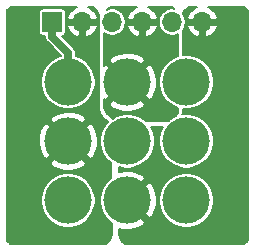
<source format=gbr>
%TF.GenerationSoftware,KiCad,Pcbnew,(5.1.10)-1*%
%TF.CreationDate,2024-02-11T12:05:25-03:30*%
%TF.ProjectId,dpdtFootSwitchBoard,64706474-466f-46f7-9453-776974636842,rev?*%
%TF.SameCoordinates,Original*%
%TF.FileFunction,Copper,L1,Top*%
%TF.FilePolarity,Positive*%
%FSLAX46Y46*%
G04 Gerber Fmt 4.6, Leading zero omitted, Abs format (unit mm)*
G04 Created by KiCad (PCBNEW (5.1.10)-1) date 2024-02-11 12:05:25*
%MOMM*%
%LPD*%
G01*
G04 APERTURE LIST*
%TA.AperFunction,ComponentPad*%
%ADD10C,4.000000*%
%TD*%
%TA.AperFunction,ComponentPad*%
%ADD11O,1.700000X1.700000*%
%TD*%
%TA.AperFunction,ComponentPad*%
%ADD12R,1.700000X1.700000*%
%TD*%
%TA.AperFunction,Conductor*%
%ADD13C,0.635000*%
%TD*%
%TA.AperFunction,Conductor*%
%ADD14C,0.200000*%
%TD*%
%TA.AperFunction,Conductor*%
%ADD15C,0.100000*%
%TD*%
G04 APERTURE END LIST*
D10*
%TO.P,SW1,5*%
%TO.N,Net-(J1-Pad5)*%
X146000000Y-80500000D03*
%TO.P,SW1,1*%
%TO.N,Net-(J1-Pad1)*%
X141000000Y-75500000D03*
%TO.P,SW1,2*%
%TO.N,Net-(J1-Pad2)*%
X141000000Y-80500000D03*
%TO.P,SW1,4*%
%TO.N,Net-(J1-Pad4)*%
X146000000Y-75500000D03*
%TO.P,SW1,7*%
%TO.N,Net-(SW1-Pad7)*%
X151000000Y-75500000D03*
%TO.P,SW1,8*%
%TO.N,Net-(SW1-Pad8)*%
X151000000Y-80500000D03*
%TO.P,SW1,3*%
%TO.N,Net-(J1-Pad3)*%
X141000000Y-85500000D03*
%TO.P,SW1,9*%
%TO.N,Net-(SW1-Pad9)*%
X151000000Y-85500000D03*
%TO.P,SW1,6*%
%TO.N,Net-(J1-Pad6)*%
X146000000Y-85500000D03*
%TD*%
D11*
%TO.P,J1,6*%
%TO.N,Net-(J1-Pad6)*%
X152350000Y-70400000D03*
%TO.P,J1,5*%
%TO.N,Net-(J1-Pad5)*%
X149810000Y-70400000D03*
%TO.P,J1,4*%
%TO.N,Net-(J1-Pad4)*%
X147270000Y-70400000D03*
%TO.P,J1,3*%
%TO.N,Net-(J1-Pad3)*%
X144730000Y-70400000D03*
%TO.P,J1,2*%
%TO.N,Net-(J1-Pad2)*%
X142190000Y-70400000D03*
D12*
%TO.P,J1,1*%
%TO.N,Net-(J1-Pad1)*%
X139650000Y-70400000D03*
%TD*%
D13*
%TO.N,Net-(J1-Pad1)*%
X141000000Y-73000000D02*
X141000000Y-75500000D01*
X139650000Y-71650000D02*
X141000000Y-73000000D01*
X139650000Y-70400000D02*
X139650000Y-71650000D01*
%TD*%
D14*
%TO.N,Net-(J1-Pad6)*%
X151742811Y-69194244D02*
X151519247Y-69335869D01*
X151327608Y-69518388D01*
X151175259Y-69734787D01*
X151068055Y-69976749D01*
X151142627Y-70182500D01*
X152132500Y-70182500D01*
X152132500Y-70162500D01*
X152567500Y-70162500D01*
X152567500Y-70182500D01*
X153557373Y-70182500D01*
X153631945Y-69976749D01*
X153524741Y-69734787D01*
X153372392Y-69518388D01*
X153180753Y-69335869D01*
X152957189Y-69194244D01*
X152789997Y-69125000D01*
X155882480Y-69125000D01*
X155952487Y-69174020D01*
X156096653Y-69318186D01*
X156175001Y-69430078D01*
X156175000Y-88869923D01*
X156096653Y-88981814D01*
X155952487Y-89125980D01*
X155882480Y-89175000D01*
X145788193Y-89175000D01*
X145718186Y-89125980D01*
X145574020Y-88981814D01*
X145457082Y-88814810D01*
X145370919Y-88630034D01*
X145318150Y-88433097D01*
X145300000Y-88225639D01*
X145300000Y-87901736D01*
X145627255Y-87984289D01*
X146119078Y-88009273D01*
X146606325Y-87937828D01*
X147070271Y-87772698D01*
X147295067Y-87652541D01*
X147527115Y-87334707D01*
X146000000Y-85807591D01*
X145985858Y-85821734D01*
X145678267Y-85514143D01*
X145692409Y-85500000D01*
X146307591Y-85500000D01*
X147834707Y-87027115D01*
X148152541Y-86795067D01*
X148363835Y-86350244D01*
X148484289Y-85872745D01*
X148509273Y-85380922D01*
X148493518Y-85273470D01*
X148700000Y-85273470D01*
X148700000Y-85726530D01*
X148788387Y-86170885D01*
X148961766Y-86589459D01*
X149213473Y-86966165D01*
X149533835Y-87286527D01*
X149910541Y-87538234D01*
X150329115Y-87711613D01*
X150773470Y-87800000D01*
X151226530Y-87800000D01*
X151670885Y-87711613D01*
X152089459Y-87538234D01*
X152466165Y-87286527D01*
X152786527Y-86966165D01*
X153038234Y-86589459D01*
X153211613Y-86170885D01*
X153300000Y-85726530D01*
X153300000Y-85273470D01*
X153211613Y-84829115D01*
X153038234Y-84410541D01*
X152786527Y-84033835D01*
X152466165Y-83713473D01*
X152089459Y-83461766D01*
X151670885Y-83288387D01*
X151226530Y-83200000D01*
X150773470Y-83200000D01*
X150329115Y-83288387D01*
X149910541Y-83461766D01*
X149533835Y-83713473D01*
X149213473Y-84033835D01*
X148961766Y-84410541D01*
X148788387Y-84829115D01*
X148700000Y-85273470D01*
X148493518Y-85273470D01*
X148437828Y-84893675D01*
X148272698Y-84429729D01*
X148152541Y-84204933D01*
X147834707Y-83972885D01*
X146307591Y-85500000D01*
X145692409Y-85500000D01*
X145678267Y-85485858D01*
X145985858Y-85178267D01*
X146000000Y-85192409D01*
X147527115Y-83665293D01*
X147295067Y-83347459D01*
X146850244Y-83136165D01*
X146372745Y-83015711D01*
X145880922Y-82990727D01*
X145393675Y-83062172D01*
X145300000Y-83095513D01*
X145300000Y-82699553D01*
X145329115Y-82711613D01*
X145773470Y-82800000D01*
X146226530Y-82800000D01*
X146670885Y-82711613D01*
X147089459Y-82538234D01*
X147466165Y-82286527D01*
X147786527Y-81966165D01*
X148038234Y-81589459D01*
X148211613Y-81170885D01*
X148300000Y-80726530D01*
X148300000Y-80273470D01*
X148211613Y-79829115D01*
X148038234Y-79410541D01*
X147964373Y-79300000D01*
X149035627Y-79300000D01*
X148961766Y-79410541D01*
X148788387Y-79829115D01*
X148700000Y-80273470D01*
X148700000Y-80726530D01*
X148788387Y-81170885D01*
X148961766Y-81589459D01*
X149213473Y-81966165D01*
X149533835Y-82286527D01*
X149910541Y-82538234D01*
X150329115Y-82711613D01*
X150773470Y-82800000D01*
X151226530Y-82800000D01*
X151670885Y-82711613D01*
X152089459Y-82538234D01*
X152466165Y-82286527D01*
X152786527Y-81966165D01*
X153038234Y-81589459D01*
X153211613Y-81170885D01*
X153300000Y-80726530D01*
X153300000Y-80273470D01*
X153211613Y-79829115D01*
X153038234Y-79410541D01*
X152786527Y-79033835D01*
X152466165Y-78713473D01*
X152089459Y-78461766D01*
X151670885Y-78288387D01*
X151226530Y-78200000D01*
X150773470Y-78200000D01*
X150661243Y-78222323D01*
X150674321Y-78173053D01*
X150677310Y-78155849D01*
X150696051Y-77934870D01*
X150696409Y-77926137D01*
X150696010Y-77784592D01*
X150773470Y-77800000D01*
X151226530Y-77800000D01*
X151670885Y-77711613D01*
X152089459Y-77538234D01*
X152466165Y-77286527D01*
X152786527Y-76966165D01*
X153038234Y-76589459D01*
X153211613Y-76170885D01*
X153300000Y-75726530D01*
X153300000Y-75273470D01*
X153211613Y-74829115D01*
X153038234Y-74410541D01*
X152786527Y-74033835D01*
X152466165Y-73713473D01*
X152089459Y-73461766D01*
X151670885Y-73288387D01*
X151226530Y-73200000D01*
X150773470Y-73200000D01*
X150683132Y-73217969D01*
X150677325Y-71159020D01*
X150703263Y-71133082D01*
X150829116Y-70944729D01*
X150879434Y-70823251D01*
X151068055Y-70823251D01*
X151175259Y-71065213D01*
X151327608Y-71281612D01*
X151519247Y-71464131D01*
X151742811Y-71605756D01*
X151926750Y-71681936D01*
X152132500Y-71605537D01*
X152132500Y-70617500D01*
X152567500Y-70617500D01*
X152567500Y-71605537D01*
X152773250Y-71681936D01*
X152957189Y-71605756D01*
X153180753Y-71464131D01*
X153372392Y-71281612D01*
X153524741Y-71065213D01*
X153631945Y-70823251D01*
X153557373Y-70617500D01*
X152567500Y-70617500D01*
X152132500Y-70617500D01*
X151142627Y-70617500D01*
X151068055Y-70823251D01*
X150879434Y-70823251D01*
X150915806Y-70735443D01*
X150960000Y-70513265D01*
X150960000Y-70286735D01*
X150915806Y-70064557D01*
X150829116Y-69855271D01*
X150733674Y-69712431D01*
X150744304Y-69672381D01*
X150830245Y-69487095D01*
X150947104Y-69319589D01*
X151091323Y-69174963D01*
X151162512Y-69125000D01*
X151910003Y-69125000D01*
X151742811Y-69194244D01*
%TA.AperFunction,Conductor*%
D15*
G36*
X151742811Y-69194244D02*
G01*
X151519247Y-69335869D01*
X151327608Y-69518388D01*
X151175259Y-69734787D01*
X151068055Y-69976749D01*
X151142627Y-70182500D01*
X152132500Y-70182500D01*
X152132500Y-70162500D01*
X152567500Y-70162500D01*
X152567500Y-70182500D01*
X153557373Y-70182500D01*
X153631945Y-69976749D01*
X153524741Y-69734787D01*
X153372392Y-69518388D01*
X153180753Y-69335869D01*
X152957189Y-69194244D01*
X152789997Y-69125000D01*
X155882480Y-69125000D01*
X155952487Y-69174020D01*
X156096653Y-69318186D01*
X156175001Y-69430078D01*
X156175000Y-88869923D01*
X156096653Y-88981814D01*
X155952487Y-89125980D01*
X155882480Y-89175000D01*
X145788193Y-89175000D01*
X145718186Y-89125980D01*
X145574020Y-88981814D01*
X145457082Y-88814810D01*
X145370919Y-88630034D01*
X145318150Y-88433097D01*
X145300000Y-88225639D01*
X145300000Y-87901736D01*
X145627255Y-87984289D01*
X146119078Y-88009273D01*
X146606325Y-87937828D01*
X147070271Y-87772698D01*
X147295067Y-87652541D01*
X147527115Y-87334707D01*
X146000000Y-85807591D01*
X145985858Y-85821734D01*
X145678267Y-85514143D01*
X145692409Y-85500000D01*
X146307591Y-85500000D01*
X147834707Y-87027115D01*
X148152541Y-86795067D01*
X148363835Y-86350244D01*
X148484289Y-85872745D01*
X148509273Y-85380922D01*
X148493518Y-85273470D01*
X148700000Y-85273470D01*
X148700000Y-85726530D01*
X148788387Y-86170885D01*
X148961766Y-86589459D01*
X149213473Y-86966165D01*
X149533835Y-87286527D01*
X149910541Y-87538234D01*
X150329115Y-87711613D01*
X150773470Y-87800000D01*
X151226530Y-87800000D01*
X151670885Y-87711613D01*
X152089459Y-87538234D01*
X152466165Y-87286527D01*
X152786527Y-86966165D01*
X153038234Y-86589459D01*
X153211613Y-86170885D01*
X153300000Y-85726530D01*
X153300000Y-85273470D01*
X153211613Y-84829115D01*
X153038234Y-84410541D01*
X152786527Y-84033835D01*
X152466165Y-83713473D01*
X152089459Y-83461766D01*
X151670885Y-83288387D01*
X151226530Y-83200000D01*
X150773470Y-83200000D01*
X150329115Y-83288387D01*
X149910541Y-83461766D01*
X149533835Y-83713473D01*
X149213473Y-84033835D01*
X148961766Y-84410541D01*
X148788387Y-84829115D01*
X148700000Y-85273470D01*
X148493518Y-85273470D01*
X148437828Y-84893675D01*
X148272698Y-84429729D01*
X148152541Y-84204933D01*
X147834707Y-83972885D01*
X146307591Y-85500000D01*
X145692409Y-85500000D01*
X145678267Y-85485858D01*
X145985858Y-85178267D01*
X146000000Y-85192409D01*
X147527115Y-83665293D01*
X147295067Y-83347459D01*
X146850244Y-83136165D01*
X146372745Y-83015711D01*
X145880922Y-82990727D01*
X145393675Y-83062172D01*
X145300000Y-83095513D01*
X145300000Y-82699553D01*
X145329115Y-82711613D01*
X145773470Y-82800000D01*
X146226530Y-82800000D01*
X146670885Y-82711613D01*
X147089459Y-82538234D01*
X147466165Y-82286527D01*
X147786527Y-81966165D01*
X148038234Y-81589459D01*
X148211613Y-81170885D01*
X148300000Y-80726530D01*
X148300000Y-80273470D01*
X148211613Y-79829115D01*
X148038234Y-79410541D01*
X147964373Y-79300000D01*
X149035627Y-79300000D01*
X148961766Y-79410541D01*
X148788387Y-79829115D01*
X148700000Y-80273470D01*
X148700000Y-80726530D01*
X148788387Y-81170885D01*
X148961766Y-81589459D01*
X149213473Y-81966165D01*
X149533835Y-82286527D01*
X149910541Y-82538234D01*
X150329115Y-82711613D01*
X150773470Y-82800000D01*
X151226530Y-82800000D01*
X151670885Y-82711613D01*
X152089459Y-82538234D01*
X152466165Y-82286527D01*
X152786527Y-81966165D01*
X153038234Y-81589459D01*
X153211613Y-81170885D01*
X153300000Y-80726530D01*
X153300000Y-80273470D01*
X153211613Y-79829115D01*
X153038234Y-79410541D01*
X152786527Y-79033835D01*
X152466165Y-78713473D01*
X152089459Y-78461766D01*
X151670885Y-78288387D01*
X151226530Y-78200000D01*
X150773470Y-78200000D01*
X150661243Y-78222323D01*
X150674321Y-78173053D01*
X150677310Y-78155849D01*
X150696051Y-77934870D01*
X150696409Y-77926137D01*
X150696010Y-77784592D01*
X150773470Y-77800000D01*
X151226530Y-77800000D01*
X151670885Y-77711613D01*
X152089459Y-77538234D01*
X152466165Y-77286527D01*
X152786527Y-76966165D01*
X153038234Y-76589459D01*
X153211613Y-76170885D01*
X153300000Y-75726530D01*
X153300000Y-75273470D01*
X153211613Y-74829115D01*
X153038234Y-74410541D01*
X152786527Y-74033835D01*
X152466165Y-73713473D01*
X152089459Y-73461766D01*
X151670885Y-73288387D01*
X151226530Y-73200000D01*
X150773470Y-73200000D01*
X150683132Y-73217969D01*
X150677325Y-71159020D01*
X150703263Y-71133082D01*
X150829116Y-70944729D01*
X150879434Y-70823251D01*
X151068055Y-70823251D01*
X151175259Y-71065213D01*
X151327608Y-71281612D01*
X151519247Y-71464131D01*
X151742811Y-71605756D01*
X151926750Y-71681936D01*
X152132500Y-71605537D01*
X152132500Y-70617500D01*
X152567500Y-70617500D01*
X152567500Y-71605537D01*
X152773250Y-71681936D01*
X152957189Y-71605756D01*
X153180753Y-71464131D01*
X153372392Y-71281612D01*
X153524741Y-71065213D01*
X153631945Y-70823251D01*
X153557373Y-70617500D01*
X152567500Y-70617500D01*
X152132500Y-70617500D01*
X151142627Y-70617500D01*
X151068055Y-70823251D01*
X150879434Y-70823251D01*
X150915806Y-70735443D01*
X150960000Y-70513265D01*
X150960000Y-70286735D01*
X150915806Y-70064557D01*
X150829116Y-69855271D01*
X150733674Y-69712431D01*
X150744304Y-69672381D01*
X150830245Y-69487095D01*
X150947104Y-69319589D01*
X151091323Y-69174963D01*
X151162512Y-69125000D01*
X151910003Y-69125000D01*
X151742811Y-69194244D01*
G37*
%TD.AperFunction*%
%TD*%
D14*
%TO.N,Net-(J1-Pad2)*%
X141582811Y-69194244D02*
X141359247Y-69335869D01*
X141167608Y-69518388D01*
X141015259Y-69734787D01*
X140908055Y-69976749D01*
X140982627Y-70182500D01*
X141972500Y-70182500D01*
X141972500Y-70162500D01*
X142407500Y-70162500D01*
X142407500Y-70182500D01*
X143397373Y-70182500D01*
X143471945Y-69976749D01*
X143364741Y-69734787D01*
X143212392Y-69518388D01*
X143020753Y-69335869D01*
X142797189Y-69194244D01*
X142629997Y-69125000D01*
X143111807Y-69125000D01*
X143181814Y-69174020D01*
X143325980Y-69318186D01*
X143442918Y-69485190D01*
X143529081Y-69669966D01*
X143581850Y-69866903D01*
X143600000Y-70074361D01*
X143600000Y-70186188D01*
X143580000Y-70286735D01*
X143580000Y-70513265D01*
X143600000Y-70613812D01*
X143600000Y-77589606D01*
X143600401Y-77598555D01*
X143620741Y-77824937D01*
X143623931Y-77842547D01*
X143684298Y-78061678D01*
X143690577Y-78078438D01*
X143789038Y-78283298D01*
X143798203Y-78298670D01*
X143931604Y-78482699D01*
X143943362Y-78496191D01*
X144107430Y-78653493D01*
X144114168Y-78659397D01*
X144163229Y-78698645D01*
X144316081Y-78844914D01*
X144352481Y-78894827D01*
X144213473Y-79033835D01*
X143961766Y-79410541D01*
X143788387Y-79829115D01*
X143700000Y-80273470D01*
X143700000Y-80726530D01*
X143788387Y-81170885D01*
X143961766Y-81589459D01*
X144213473Y-81966165D01*
X144533835Y-82286527D01*
X144631920Y-82352065D01*
X144644184Y-83639740D01*
X144533835Y-83713473D01*
X144213473Y-84033835D01*
X143961766Y-84410541D01*
X143788387Y-84829115D01*
X143700000Y-85273470D01*
X143700000Y-85726530D01*
X143788387Y-86170885D01*
X143961766Y-86589459D01*
X144213473Y-86966165D01*
X144533835Y-87286527D01*
X144679845Y-87384088D01*
X144687753Y-88214458D01*
X144671369Y-88423343D01*
X144619856Y-88621883D01*
X144534457Y-88808360D01*
X144417785Y-88977066D01*
X144273449Y-89122783D01*
X144199460Y-89175000D01*
X136088193Y-89175000D01*
X136018186Y-89125980D01*
X135874020Y-88981814D01*
X135825000Y-88911807D01*
X135825000Y-85273470D01*
X138700000Y-85273470D01*
X138700000Y-85726530D01*
X138788387Y-86170885D01*
X138961766Y-86589459D01*
X139213473Y-86966165D01*
X139533835Y-87286527D01*
X139910541Y-87538234D01*
X140329115Y-87711613D01*
X140773470Y-87800000D01*
X141226530Y-87800000D01*
X141670885Y-87711613D01*
X142089459Y-87538234D01*
X142466165Y-87286527D01*
X142786527Y-86966165D01*
X143038234Y-86589459D01*
X143211613Y-86170885D01*
X143300000Y-85726530D01*
X143300000Y-85273470D01*
X143211613Y-84829115D01*
X143038234Y-84410541D01*
X142786527Y-84033835D01*
X142466165Y-83713473D01*
X142089459Y-83461766D01*
X141670885Y-83288387D01*
X141226530Y-83200000D01*
X140773470Y-83200000D01*
X140329115Y-83288387D01*
X139910541Y-83461766D01*
X139533835Y-83713473D01*
X139213473Y-84033835D01*
X138961766Y-84410541D01*
X138788387Y-84829115D01*
X138700000Y-85273470D01*
X135825000Y-85273470D01*
X135825000Y-82334707D01*
X139472885Y-82334707D01*
X139704933Y-82652541D01*
X140149756Y-82863835D01*
X140627255Y-82984289D01*
X141119078Y-83009273D01*
X141606325Y-82937828D01*
X142070271Y-82772698D01*
X142295067Y-82652541D01*
X142527115Y-82334707D01*
X141000000Y-80807591D01*
X139472885Y-82334707D01*
X135825000Y-82334707D01*
X135825000Y-80619078D01*
X138490727Y-80619078D01*
X138562172Y-81106325D01*
X138727302Y-81570271D01*
X138847459Y-81795067D01*
X139165293Y-82027115D01*
X140692409Y-80500000D01*
X141307591Y-80500000D01*
X142834707Y-82027115D01*
X143152541Y-81795067D01*
X143363835Y-81350244D01*
X143484289Y-80872745D01*
X143509273Y-80380922D01*
X143437828Y-79893675D01*
X143272698Y-79429729D01*
X143152541Y-79204933D01*
X142834707Y-78972885D01*
X141307591Y-80500000D01*
X140692409Y-80500000D01*
X139165293Y-78972885D01*
X138847459Y-79204933D01*
X138636165Y-79649756D01*
X138515711Y-80127255D01*
X138490727Y-80619078D01*
X135825000Y-80619078D01*
X135825000Y-78665293D01*
X139472885Y-78665293D01*
X141000000Y-80192409D01*
X142527115Y-78665293D01*
X142295067Y-78347459D01*
X141850244Y-78136165D01*
X141372745Y-78015711D01*
X140880922Y-77990727D01*
X140393675Y-78062172D01*
X139929729Y-78227302D01*
X139704933Y-78347459D01*
X139472885Y-78665293D01*
X135825000Y-78665293D01*
X135825000Y-69550000D01*
X138498549Y-69550000D01*
X138498549Y-71250000D01*
X138504341Y-71308810D01*
X138521496Y-71365360D01*
X138549353Y-71417477D01*
X138586842Y-71463158D01*
X138632523Y-71500647D01*
X138684640Y-71528504D01*
X138741190Y-71545659D01*
X138800000Y-71551451D01*
X139032501Y-71551451D01*
X139032501Y-71619664D01*
X139029513Y-71650000D01*
X139041436Y-71771051D01*
X139076745Y-71887449D01*
X139134084Y-71994724D01*
X139185266Y-72057089D01*
X139211250Y-72088751D01*
X139234810Y-72108086D01*
X140382500Y-73255777D01*
X140382500Y-73277768D01*
X140329115Y-73288387D01*
X139910541Y-73461766D01*
X139533835Y-73713473D01*
X139213473Y-74033835D01*
X138961766Y-74410541D01*
X138788387Y-74829115D01*
X138700000Y-75273470D01*
X138700000Y-75726530D01*
X138788387Y-76170885D01*
X138961766Y-76589459D01*
X139213473Y-76966165D01*
X139533835Y-77286527D01*
X139910541Y-77538234D01*
X140329115Y-77711613D01*
X140773470Y-77800000D01*
X141226530Y-77800000D01*
X141670885Y-77711613D01*
X142089459Y-77538234D01*
X142466165Y-77286527D01*
X142786527Y-76966165D01*
X143038234Y-76589459D01*
X143211613Y-76170885D01*
X143300000Y-75726530D01*
X143300000Y-75273470D01*
X143211613Y-74829115D01*
X143038234Y-74410541D01*
X142786527Y-74033835D01*
X142466165Y-73713473D01*
X142089459Y-73461766D01*
X141670885Y-73288387D01*
X141617500Y-73277768D01*
X141617500Y-73030325D01*
X141620487Y-72999999D01*
X141617500Y-72969671D01*
X141608565Y-72878949D01*
X141573255Y-72762550D01*
X141515917Y-72655277D01*
X141515916Y-72655275D01*
X141458084Y-72584807D01*
X141438751Y-72561249D01*
X141415192Y-72541915D01*
X140424727Y-71551451D01*
X140500000Y-71551451D01*
X140558810Y-71545659D01*
X140615360Y-71528504D01*
X140667477Y-71500647D01*
X140713158Y-71463158D01*
X140750647Y-71417477D01*
X140778504Y-71365360D01*
X140795659Y-71308810D01*
X140801451Y-71250000D01*
X140801451Y-70823251D01*
X140908055Y-70823251D01*
X141015259Y-71065213D01*
X141167608Y-71281612D01*
X141359247Y-71464131D01*
X141582811Y-71605756D01*
X141766750Y-71681936D01*
X141972500Y-71605537D01*
X141972500Y-70617500D01*
X142407500Y-70617500D01*
X142407500Y-71605537D01*
X142613250Y-71681936D01*
X142797189Y-71605756D01*
X143020753Y-71464131D01*
X143212392Y-71281612D01*
X143364741Y-71065213D01*
X143471945Y-70823251D01*
X143397373Y-70617500D01*
X142407500Y-70617500D01*
X141972500Y-70617500D01*
X140982627Y-70617500D01*
X140908055Y-70823251D01*
X140801451Y-70823251D01*
X140801451Y-69550000D01*
X140795659Y-69491190D01*
X140778504Y-69434640D01*
X140750647Y-69382523D01*
X140713158Y-69336842D01*
X140667477Y-69299353D01*
X140615360Y-69271496D01*
X140558810Y-69254341D01*
X140500000Y-69248549D01*
X138800000Y-69248549D01*
X138741190Y-69254341D01*
X138684640Y-69271496D01*
X138632523Y-69299353D01*
X138586842Y-69336842D01*
X138549353Y-69382523D01*
X138521496Y-69434640D01*
X138504341Y-69491190D01*
X138498549Y-69550000D01*
X135825000Y-69550000D01*
X135825000Y-69388193D01*
X135874020Y-69318186D01*
X136018186Y-69174020D01*
X136088193Y-69125000D01*
X141750003Y-69125000D01*
X141582811Y-69194244D01*
%TA.AperFunction,Conductor*%
D15*
G36*
X141582811Y-69194244D02*
G01*
X141359247Y-69335869D01*
X141167608Y-69518388D01*
X141015259Y-69734787D01*
X140908055Y-69976749D01*
X140982627Y-70182500D01*
X141972500Y-70182500D01*
X141972500Y-70162500D01*
X142407500Y-70162500D01*
X142407500Y-70182500D01*
X143397373Y-70182500D01*
X143471945Y-69976749D01*
X143364741Y-69734787D01*
X143212392Y-69518388D01*
X143020753Y-69335869D01*
X142797189Y-69194244D01*
X142629997Y-69125000D01*
X143111807Y-69125000D01*
X143181814Y-69174020D01*
X143325980Y-69318186D01*
X143442918Y-69485190D01*
X143529081Y-69669966D01*
X143581850Y-69866903D01*
X143600000Y-70074361D01*
X143600000Y-70186188D01*
X143580000Y-70286735D01*
X143580000Y-70513265D01*
X143600000Y-70613812D01*
X143600000Y-77589606D01*
X143600401Y-77598555D01*
X143620741Y-77824937D01*
X143623931Y-77842547D01*
X143684298Y-78061678D01*
X143690577Y-78078438D01*
X143789038Y-78283298D01*
X143798203Y-78298670D01*
X143931604Y-78482699D01*
X143943362Y-78496191D01*
X144107430Y-78653493D01*
X144114168Y-78659397D01*
X144163229Y-78698645D01*
X144316081Y-78844914D01*
X144352481Y-78894827D01*
X144213473Y-79033835D01*
X143961766Y-79410541D01*
X143788387Y-79829115D01*
X143700000Y-80273470D01*
X143700000Y-80726530D01*
X143788387Y-81170885D01*
X143961766Y-81589459D01*
X144213473Y-81966165D01*
X144533835Y-82286527D01*
X144631920Y-82352065D01*
X144644184Y-83639740D01*
X144533835Y-83713473D01*
X144213473Y-84033835D01*
X143961766Y-84410541D01*
X143788387Y-84829115D01*
X143700000Y-85273470D01*
X143700000Y-85726530D01*
X143788387Y-86170885D01*
X143961766Y-86589459D01*
X144213473Y-86966165D01*
X144533835Y-87286527D01*
X144679845Y-87384088D01*
X144687753Y-88214458D01*
X144671369Y-88423343D01*
X144619856Y-88621883D01*
X144534457Y-88808360D01*
X144417785Y-88977066D01*
X144273449Y-89122783D01*
X144199460Y-89175000D01*
X136088193Y-89175000D01*
X136018186Y-89125980D01*
X135874020Y-88981814D01*
X135825000Y-88911807D01*
X135825000Y-85273470D01*
X138700000Y-85273470D01*
X138700000Y-85726530D01*
X138788387Y-86170885D01*
X138961766Y-86589459D01*
X139213473Y-86966165D01*
X139533835Y-87286527D01*
X139910541Y-87538234D01*
X140329115Y-87711613D01*
X140773470Y-87800000D01*
X141226530Y-87800000D01*
X141670885Y-87711613D01*
X142089459Y-87538234D01*
X142466165Y-87286527D01*
X142786527Y-86966165D01*
X143038234Y-86589459D01*
X143211613Y-86170885D01*
X143300000Y-85726530D01*
X143300000Y-85273470D01*
X143211613Y-84829115D01*
X143038234Y-84410541D01*
X142786527Y-84033835D01*
X142466165Y-83713473D01*
X142089459Y-83461766D01*
X141670885Y-83288387D01*
X141226530Y-83200000D01*
X140773470Y-83200000D01*
X140329115Y-83288387D01*
X139910541Y-83461766D01*
X139533835Y-83713473D01*
X139213473Y-84033835D01*
X138961766Y-84410541D01*
X138788387Y-84829115D01*
X138700000Y-85273470D01*
X135825000Y-85273470D01*
X135825000Y-82334707D01*
X139472885Y-82334707D01*
X139704933Y-82652541D01*
X140149756Y-82863835D01*
X140627255Y-82984289D01*
X141119078Y-83009273D01*
X141606325Y-82937828D01*
X142070271Y-82772698D01*
X142295067Y-82652541D01*
X142527115Y-82334707D01*
X141000000Y-80807591D01*
X139472885Y-82334707D01*
X135825000Y-82334707D01*
X135825000Y-80619078D01*
X138490727Y-80619078D01*
X138562172Y-81106325D01*
X138727302Y-81570271D01*
X138847459Y-81795067D01*
X139165293Y-82027115D01*
X140692409Y-80500000D01*
X141307591Y-80500000D01*
X142834707Y-82027115D01*
X143152541Y-81795067D01*
X143363835Y-81350244D01*
X143484289Y-80872745D01*
X143509273Y-80380922D01*
X143437828Y-79893675D01*
X143272698Y-79429729D01*
X143152541Y-79204933D01*
X142834707Y-78972885D01*
X141307591Y-80500000D01*
X140692409Y-80500000D01*
X139165293Y-78972885D01*
X138847459Y-79204933D01*
X138636165Y-79649756D01*
X138515711Y-80127255D01*
X138490727Y-80619078D01*
X135825000Y-80619078D01*
X135825000Y-78665293D01*
X139472885Y-78665293D01*
X141000000Y-80192409D01*
X142527115Y-78665293D01*
X142295067Y-78347459D01*
X141850244Y-78136165D01*
X141372745Y-78015711D01*
X140880922Y-77990727D01*
X140393675Y-78062172D01*
X139929729Y-78227302D01*
X139704933Y-78347459D01*
X139472885Y-78665293D01*
X135825000Y-78665293D01*
X135825000Y-69550000D01*
X138498549Y-69550000D01*
X138498549Y-71250000D01*
X138504341Y-71308810D01*
X138521496Y-71365360D01*
X138549353Y-71417477D01*
X138586842Y-71463158D01*
X138632523Y-71500647D01*
X138684640Y-71528504D01*
X138741190Y-71545659D01*
X138800000Y-71551451D01*
X139032501Y-71551451D01*
X139032501Y-71619664D01*
X139029513Y-71650000D01*
X139041436Y-71771051D01*
X139076745Y-71887449D01*
X139134084Y-71994724D01*
X139185266Y-72057089D01*
X139211250Y-72088751D01*
X139234810Y-72108086D01*
X140382500Y-73255777D01*
X140382500Y-73277768D01*
X140329115Y-73288387D01*
X139910541Y-73461766D01*
X139533835Y-73713473D01*
X139213473Y-74033835D01*
X138961766Y-74410541D01*
X138788387Y-74829115D01*
X138700000Y-75273470D01*
X138700000Y-75726530D01*
X138788387Y-76170885D01*
X138961766Y-76589459D01*
X139213473Y-76966165D01*
X139533835Y-77286527D01*
X139910541Y-77538234D01*
X140329115Y-77711613D01*
X140773470Y-77800000D01*
X141226530Y-77800000D01*
X141670885Y-77711613D01*
X142089459Y-77538234D01*
X142466165Y-77286527D01*
X142786527Y-76966165D01*
X143038234Y-76589459D01*
X143211613Y-76170885D01*
X143300000Y-75726530D01*
X143300000Y-75273470D01*
X143211613Y-74829115D01*
X143038234Y-74410541D01*
X142786527Y-74033835D01*
X142466165Y-73713473D01*
X142089459Y-73461766D01*
X141670885Y-73288387D01*
X141617500Y-73277768D01*
X141617500Y-73030325D01*
X141620487Y-72999999D01*
X141617500Y-72969671D01*
X141608565Y-72878949D01*
X141573255Y-72762550D01*
X141515917Y-72655277D01*
X141515916Y-72655275D01*
X141458084Y-72584807D01*
X141438751Y-72561249D01*
X141415192Y-72541915D01*
X140424727Y-71551451D01*
X140500000Y-71551451D01*
X140558810Y-71545659D01*
X140615360Y-71528504D01*
X140667477Y-71500647D01*
X140713158Y-71463158D01*
X140750647Y-71417477D01*
X140778504Y-71365360D01*
X140795659Y-71308810D01*
X140801451Y-71250000D01*
X140801451Y-70823251D01*
X140908055Y-70823251D01*
X141015259Y-71065213D01*
X141167608Y-71281612D01*
X141359247Y-71464131D01*
X141582811Y-71605756D01*
X141766750Y-71681936D01*
X141972500Y-71605537D01*
X141972500Y-70617500D01*
X142407500Y-70617500D01*
X142407500Y-71605537D01*
X142613250Y-71681936D01*
X142797189Y-71605756D01*
X143020753Y-71464131D01*
X143212392Y-71281612D01*
X143364741Y-71065213D01*
X143471945Y-70823251D01*
X143397373Y-70617500D01*
X142407500Y-70617500D01*
X141972500Y-70617500D01*
X140982627Y-70617500D01*
X140908055Y-70823251D01*
X140801451Y-70823251D01*
X140801451Y-69550000D01*
X140795659Y-69491190D01*
X140778504Y-69434640D01*
X140750647Y-69382523D01*
X140713158Y-69336842D01*
X140667477Y-69299353D01*
X140615360Y-69271496D01*
X140558810Y-69254341D01*
X140500000Y-69248549D01*
X138800000Y-69248549D01*
X138741190Y-69254341D01*
X138684640Y-69271496D01*
X138632523Y-69299353D01*
X138586842Y-69336842D01*
X138549353Y-69382523D01*
X138521496Y-69434640D01*
X138504341Y-69491190D01*
X138498549Y-69550000D01*
X135825000Y-69550000D01*
X135825000Y-69388193D01*
X135874020Y-69318186D01*
X136018186Y-69174020D01*
X136088193Y-69125000D01*
X141750003Y-69125000D01*
X141582811Y-69194244D01*
G37*
%TD.AperFunction*%
%TD*%
D14*
%TO.N,Net-(J1-Pad4)*%
X146662811Y-69194244D02*
X146439247Y-69335869D01*
X146247608Y-69518388D01*
X146095259Y-69734787D01*
X145988055Y-69976749D01*
X146062627Y-70182500D01*
X147052500Y-70182500D01*
X147052500Y-70162500D01*
X147487500Y-70162500D01*
X147487500Y-70182500D01*
X148477373Y-70182500D01*
X148551945Y-69976749D01*
X148444741Y-69734787D01*
X148292392Y-69518388D01*
X148100753Y-69335869D01*
X147877189Y-69194244D01*
X147709997Y-69125000D01*
X149824552Y-69125000D01*
X149890378Y-69170716D01*
X149982314Y-69261746D01*
X149923265Y-69250000D01*
X149696735Y-69250000D01*
X149474557Y-69294194D01*
X149265271Y-69380884D01*
X149076918Y-69506737D01*
X148916737Y-69666918D01*
X148790884Y-69855271D01*
X148704194Y-70064557D01*
X148660000Y-70286735D01*
X148660000Y-70513265D01*
X148704194Y-70735443D01*
X148790884Y-70944729D01*
X148916737Y-71133082D01*
X149076918Y-71293263D01*
X149265271Y-71419116D01*
X149474557Y-71505806D01*
X149696735Y-71550000D01*
X149923265Y-71550000D01*
X150145443Y-71505806D01*
X150278146Y-71450838D01*
X150283382Y-73307330D01*
X149910541Y-73461766D01*
X149533835Y-73713473D01*
X149213473Y-74033835D01*
X148961766Y-74410541D01*
X148788387Y-74829115D01*
X148700000Y-75273470D01*
X148700000Y-75726530D01*
X148788387Y-76170885D01*
X148961766Y-76589459D01*
X149213473Y-76966165D01*
X149533835Y-77286527D01*
X149910541Y-77538234D01*
X150295763Y-77697798D01*
X150296373Y-77914143D01*
X150280963Y-78095851D01*
X150274714Y-78119395D01*
X150234115Y-78208109D01*
X150118250Y-78375731D01*
X149910541Y-78461766D01*
X149533835Y-78713473D01*
X149481924Y-78765384D01*
X149421732Y-78781619D01*
X149212965Y-78800000D01*
X147552692Y-78800000D01*
X147466165Y-78713473D01*
X147089459Y-78461766D01*
X146670885Y-78288387D01*
X146226530Y-78200000D01*
X145773470Y-78200000D01*
X145329115Y-78288387D01*
X144910541Y-78461766D01*
X144756111Y-78564953D01*
X144709139Y-78532817D01*
X144432539Y-78306507D01*
X144281532Y-78158834D01*
X144161470Y-77990498D01*
X144072928Y-77803652D01*
X144018670Y-77604130D01*
X144000000Y-77393741D01*
X144000000Y-77334707D01*
X144472885Y-77334707D01*
X144704933Y-77652541D01*
X145149756Y-77863835D01*
X145627255Y-77984289D01*
X146119078Y-78009273D01*
X146606325Y-77937828D01*
X147070271Y-77772698D01*
X147295067Y-77652541D01*
X147527115Y-77334707D01*
X146000000Y-75807591D01*
X144472885Y-77334707D01*
X144000000Y-77334707D01*
X144000000Y-76906436D01*
X144165293Y-77027115D01*
X145692409Y-75500000D01*
X146307591Y-75500000D01*
X147834707Y-77027115D01*
X148152541Y-76795067D01*
X148363835Y-76350244D01*
X148484289Y-75872745D01*
X148509273Y-75380922D01*
X148437828Y-74893675D01*
X148272698Y-74429729D01*
X148152541Y-74204933D01*
X147834707Y-73972885D01*
X146307591Y-75500000D01*
X145692409Y-75500000D01*
X144165293Y-73972885D01*
X144000000Y-74093564D01*
X144000000Y-73665293D01*
X144472885Y-73665293D01*
X146000000Y-75192409D01*
X147527115Y-73665293D01*
X147295067Y-73347459D01*
X146850244Y-73136165D01*
X146372745Y-73015711D01*
X145880922Y-72990727D01*
X145393675Y-73062172D01*
X144929729Y-73227302D01*
X144704933Y-73347459D01*
X144472885Y-73665293D01*
X144000000Y-73665293D01*
X144000000Y-71295322D01*
X144185271Y-71419116D01*
X144394557Y-71505806D01*
X144616735Y-71550000D01*
X144843265Y-71550000D01*
X145065443Y-71505806D01*
X145274729Y-71419116D01*
X145463082Y-71293263D01*
X145623263Y-71133082D01*
X145749116Y-70944729D01*
X145799434Y-70823251D01*
X145988055Y-70823251D01*
X146095259Y-71065213D01*
X146247608Y-71281612D01*
X146439247Y-71464131D01*
X146662811Y-71605756D01*
X146846750Y-71681936D01*
X147052500Y-71605537D01*
X147052500Y-70617500D01*
X147487500Y-70617500D01*
X147487500Y-71605537D01*
X147693250Y-71681936D01*
X147877189Y-71605756D01*
X148100753Y-71464131D01*
X148292392Y-71281612D01*
X148444741Y-71065213D01*
X148551945Y-70823251D01*
X148477373Y-70617500D01*
X147487500Y-70617500D01*
X147052500Y-70617500D01*
X146062627Y-70617500D01*
X145988055Y-70823251D01*
X145799434Y-70823251D01*
X145835806Y-70735443D01*
X145880000Y-70513265D01*
X145880000Y-70286735D01*
X145835806Y-70064557D01*
X145749116Y-69855271D01*
X145623263Y-69666918D01*
X145463082Y-69506737D01*
X145274729Y-69380884D01*
X145065443Y-69294194D01*
X144843265Y-69250000D01*
X144616735Y-69250000D01*
X144394557Y-69294194D01*
X144248440Y-69354718D01*
X144274020Y-69318186D01*
X144418186Y-69174020D01*
X144488193Y-69125000D01*
X146830003Y-69125000D01*
X146662811Y-69194244D01*
%TA.AperFunction,Conductor*%
D15*
G36*
X146662811Y-69194244D02*
G01*
X146439247Y-69335869D01*
X146247608Y-69518388D01*
X146095259Y-69734787D01*
X145988055Y-69976749D01*
X146062627Y-70182500D01*
X147052500Y-70182500D01*
X147052500Y-70162500D01*
X147487500Y-70162500D01*
X147487500Y-70182500D01*
X148477373Y-70182500D01*
X148551945Y-69976749D01*
X148444741Y-69734787D01*
X148292392Y-69518388D01*
X148100753Y-69335869D01*
X147877189Y-69194244D01*
X147709997Y-69125000D01*
X149824552Y-69125000D01*
X149890378Y-69170716D01*
X149982314Y-69261746D01*
X149923265Y-69250000D01*
X149696735Y-69250000D01*
X149474557Y-69294194D01*
X149265271Y-69380884D01*
X149076918Y-69506737D01*
X148916737Y-69666918D01*
X148790884Y-69855271D01*
X148704194Y-70064557D01*
X148660000Y-70286735D01*
X148660000Y-70513265D01*
X148704194Y-70735443D01*
X148790884Y-70944729D01*
X148916737Y-71133082D01*
X149076918Y-71293263D01*
X149265271Y-71419116D01*
X149474557Y-71505806D01*
X149696735Y-71550000D01*
X149923265Y-71550000D01*
X150145443Y-71505806D01*
X150278146Y-71450838D01*
X150283382Y-73307330D01*
X149910541Y-73461766D01*
X149533835Y-73713473D01*
X149213473Y-74033835D01*
X148961766Y-74410541D01*
X148788387Y-74829115D01*
X148700000Y-75273470D01*
X148700000Y-75726530D01*
X148788387Y-76170885D01*
X148961766Y-76589459D01*
X149213473Y-76966165D01*
X149533835Y-77286527D01*
X149910541Y-77538234D01*
X150295763Y-77697798D01*
X150296373Y-77914143D01*
X150280963Y-78095851D01*
X150274714Y-78119395D01*
X150234115Y-78208109D01*
X150118250Y-78375731D01*
X149910541Y-78461766D01*
X149533835Y-78713473D01*
X149481924Y-78765384D01*
X149421732Y-78781619D01*
X149212965Y-78800000D01*
X147552692Y-78800000D01*
X147466165Y-78713473D01*
X147089459Y-78461766D01*
X146670885Y-78288387D01*
X146226530Y-78200000D01*
X145773470Y-78200000D01*
X145329115Y-78288387D01*
X144910541Y-78461766D01*
X144756111Y-78564953D01*
X144709139Y-78532817D01*
X144432539Y-78306507D01*
X144281532Y-78158834D01*
X144161470Y-77990498D01*
X144072928Y-77803652D01*
X144018670Y-77604130D01*
X144000000Y-77393741D01*
X144000000Y-77334707D01*
X144472885Y-77334707D01*
X144704933Y-77652541D01*
X145149756Y-77863835D01*
X145627255Y-77984289D01*
X146119078Y-78009273D01*
X146606325Y-77937828D01*
X147070271Y-77772698D01*
X147295067Y-77652541D01*
X147527115Y-77334707D01*
X146000000Y-75807591D01*
X144472885Y-77334707D01*
X144000000Y-77334707D01*
X144000000Y-76906436D01*
X144165293Y-77027115D01*
X145692409Y-75500000D01*
X146307591Y-75500000D01*
X147834707Y-77027115D01*
X148152541Y-76795067D01*
X148363835Y-76350244D01*
X148484289Y-75872745D01*
X148509273Y-75380922D01*
X148437828Y-74893675D01*
X148272698Y-74429729D01*
X148152541Y-74204933D01*
X147834707Y-73972885D01*
X146307591Y-75500000D01*
X145692409Y-75500000D01*
X144165293Y-73972885D01*
X144000000Y-74093564D01*
X144000000Y-73665293D01*
X144472885Y-73665293D01*
X146000000Y-75192409D01*
X147527115Y-73665293D01*
X147295067Y-73347459D01*
X146850244Y-73136165D01*
X146372745Y-73015711D01*
X145880922Y-72990727D01*
X145393675Y-73062172D01*
X144929729Y-73227302D01*
X144704933Y-73347459D01*
X144472885Y-73665293D01*
X144000000Y-73665293D01*
X144000000Y-71295322D01*
X144185271Y-71419116D01*
X144394557Y-71505806D01*
X144616735Y-71550000D01*
X144843265Y-71550000D01*
X145065443Y-71505806D01*
X145274729Y-71419116D01*
X145463082Y-71293263D01*
X145623263Y-71133082D01*
X145749116Y-70944729D01*
X145799434Y-70823251D01*
X145988055Y-70823251D01*
X146095259Y-71065213D01*
X146247608Y-71281612D01*
X146439247Y-71464131D01*
X146662811Y-71605756D01*
X146846750Y-71681936D01*
X147052500Y-71605537D01*
X147052500Y-70617500D01*
X147487500Y-70617500D01*
X147487500Y-71605537D01*
X147693250Y-71681936D01*
X147877189Y-71605756D01*
X148100753Y-71464131D01*
X148292392Y-71281612D01*
X148444741Y-71065213D01*
X148551945Y-70823251D01*
X148477373Y-70617500D01*
X147487500Y-70617500D01*
X147052500Y-70617500D01*
X146062627Y-70617500D01*
X145988055Y-70823251D01*
X145799434Y-70823251D01*
X145835806Y-70735443D01*
X145880000Y-70513265D01*
X145880000Y-70286735D01*
X145835806Y-70064557D01*
X145749116Y-69855271D01*
X145623263Y-69666918D01*
X145463082Y-69506737D01*
X145274729Y-69380884D01*
X145065443Y-69294194D01*
X144843265Y-69250000D01*
X144616735Y-69250000D01*
X144394557Y-69294194D01*
X144248440Y-69354718D01*
X144274020Y-69318186D01*
X144418186Y-69174020D01*
X144488193Y-69125000D01*
X146830003Y-69125000D01*
X146662811Y-69194244D01*
G37*
%TD.AperFunction*%
%TD*%
M02*

</source>
